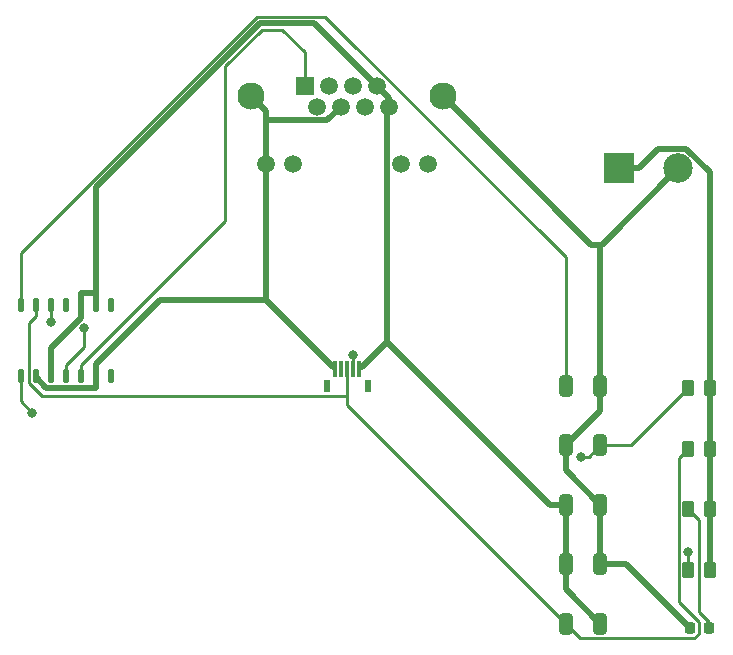
<source format=gbr>
%TF.GenerationSoftware,KiCad,Pcbnew,7.0.9*%
%TF.CreationDate,2024-06-23T11:57:03-04:00*%
%TF.ProjectId,WIRED-Seek-Board-revA1,57495245-442d-4536-9565-6b2d426f6172,Rev A1*%
%TF.SameCoordinates,Original*%
%TF.FileFunction,Copper,L1,Top*%
%TF.FilePolarity,Positive*%
%FSLAX46Y46*%
G04 Gerber Fmt 4.6, Leading zero omitted, Abs format (unit mm)*
G04 Created by KiCad (PCBNEW 7.0.9) date 2024-06-23 11:57:03*
%MOMM*%
%LPD*%
G01*
G04 APERTURE LIST*
G04 Aperture macros list*
%AMRoundRect*
0 Rectangle with rounded corners*
0 $1 Rounding radius*
0 $2 $3 $4 $5 $6 $7 $8 $9 X,Y pos of 4 corners*
0 Add a 4 corners polygon primitive as box body*
4,1,4,$2,$3,$4,$5,$6,$7,$8,$9,$2,$3,0*
0 Add four circle primitives for the rounded corners*
1,1,$1+$1,$2,$3*
1,1,$1+$1,$4,$5*
1,1,$1+$1,$6,$7*
1,1,$1+$1,$8,$9*
0 Add four rect primitives between the rounded corners*
20,1,$1+$1,$2,$3,$4,$5,0*
20,1,$1+$1,$4,$5,$6,$7,0*
20,1,$1+$1,$6,$7,$8,$9,0*
20,1,$1+$1,$8,$9,$2,$3,0*%
G04 Aperture macros list end*
%TA.AperFunction,SMDPad,CuDef*%
%ADD10RoundRect,0.250000X-0.262500X-0.450000X0.262500X-0.450000X0.262500X0.450000X-0.262500X0.450000X0*%
%TD*%
%TA.AperFunction,SMDPad,CuDef*%
%ADD11O,0.560000X1.250000*%
%TD*%
%TA.AperFunction,SMDPad,CuDef*%
%ADD12RoundRect,0.250000X-0.325000X-0.650000X0.325000X-0.650000X0.325000X0.650000X-0.325000X0.650000X0*%
%TD*%
%TA.AperFunction,ComponentPad*%
%ADD13R,2.500000X2.500000*%
%TD*%
%TA.AperFunction,ComponentPad*%
%ADD14C,2.500000*%
%TD*%
%TA.AperFunction,SMDPad,CuDef*%
%ADD15R,0.300000X1.400000*%
%TD*%
%TA.AperFunction,SMDPad,CuDef*%
%ADD16R,0.520000X1.000000*%
%TD*%
%TA.AperFunction,ComponentPad*%
%ADD17R,1.500000X1.500000*%
%TD*%
%TA.AperFunction,ComponentPad*%
%ADD18C,1.500000*%
%TD*%
%TA.AperFunction,ComponentPad*%
%ADD19C,2.300000*%
%TD*%
%TA.AperFunction,SMDPad,CuDef*%
%ADD20RoundRect,0.218750X-0.218750X-0.256250X0.218750X-0.256250X0.218750X0.256250X-0.218750X0.256250X0*%
%TD*%
%TA.AperFunction,ViaPad*%
%ADD21C,0.800000*%
%TD*%
%TA.AperFunction,Conductor*%
%ADD22C,0.250000*%
%TD*%
%TA.AperFunction,Conductor*%
%ADD23C,0.500000*%
%TD*%
%TA.AperFunction,Conductor*%
%ADD24C,0.299800*%
%TD*%
G04 APERTURE END LIST*
D10*
%TO.P,R1,1*%
%TO.N,/CH315_REF*%
X183286400Y-102818100D03*
%TO.P,R1,2*%
%TO.N,VCC*%
X185111400Y-102818100D03*
%TD*%
D11*
%TO.P,U1,1,REF*%
%TO.N,/CH315_REF*%
X126771400Y-101794200D03*
%TO.P,U1,2,GND*%
%TO.N,GND*%
X128041400Y-101794200D03*
%TO.P,U1,3,VCC*%
%TO.N,VCC*%
X129311400Y-101794200D03*
%TO.P,U1,4,XD-*%
%TO.N,/XD-*%
X130581400Y-101794200D03*
%TO.P,U1,5,XD+*%
%TO.N,/XD+*%
X131851400Y-101794200D03*
%TO.P,U1,6,GND*%
%TO.N,GND*%
X133121400Y-101794200D03*
%TO.P,U1,7,NC*%
%TO.N,unconnected-(U1-NC-Pad7)*%
X134391400Y-101794200D03*
%TO.P,U1,8,NC*%
%TO.N,unconnected-(U1-NC-Pad8)*%
X134391400Y-95834200D03*
%TO.P,U1,9,VCC*%
%TO.N,VCC*%
X133121400Y-95834200D03*
%TO.P,U1,10,~{UP}*%
X131851400Y-95834200D03*
%TO.P,U1,11,NC*%
%TO.N,unconnected-(U1-NC-Pad11)*%
X130581400Y-95834200D03*
%TO.P,U1,12,UD-*%
%TO.N,/UD-*%
X129311400Y-95834200D03*
%TO.P,U1,13,UD+*%
%TO.N,/UD+*%
X128041400Y-95834200D03*
%TO.P,U1,14,V3*%
%TO.N,Net-(U1-V3)*%
X126771400Y-95834200D03*
%TD*%
D10*
%TO.P,R4,1*%
%TO.N,/UD+*%
X183286400Y-107949400D03*
%TO.P,R4,2*%
%TO.N,VCC*%
X185111400Y-107949400D03*
%TD*%
D12*
%TO.P,C2,1*%
%TO.N,GND*%
X172894900Y-107684200D03*
%TO.P,C2,2*%
%TO.N,/CH315_REF*%
X175844900Y-107684200D03*
%TD*%
%TO.P,C3,1*%
%TO.N,VCC*%
X172894900Y-112717000D03*
%TO.P,C3,2*%
%TO.N,GND*%
X175844900Y-112717000D03*
%TD*%
D13*
%TO.P,J3,1,Pin_1*%
%TO.N,VCC*%
X177422800Y-84226400D03*
D14*
%TO.P,J3,2,Pin_2*%
%TO.N,GND*%
X182422800Y-84226400D03*
%TD*%
D12*
%TO.P,C5,1*%
%TO.N,/UD+*%
X172894900Y-122782500D03*
%TO.P,C5,2*%
%TO.N,VCC*%
X175844900Y-122782500D03*
%TD*%
%TO.P,C4,1*%
%TO.N,VCC*%
X172894900Y-117749700D03*
%TO.P,C4,2*%
%TO.N,GND*%
X175844900Y-117749700D03*
%TD*%
D15*
%TO.P,J4,1,1*%
%TO.N,GND*%
X153406600Y-101242200D03*
%TO.P,J4,2,2*%
%TO.N,/ID*%
X153906600Y-101242200D03*
%TO.P,J4,3,3*%
%TO.N,/UD+*%
X154406600Y-101242200D03*
%TO.P,J4,4,4*%
%TO.N,/UD-*%
X154906600Y-101242200D03*
%TO.P,J4,5,5*%
%TO.N,VCC*%
X155406600Y-101242200D03*
D16*
%TO.P,J4,S1*%
%TO.N,N/C*%
X152666600Y-102692200D03*
%TO.P,J4,S2*%
X156146600Y-102692200D03*
%TD*%
D10*
%TO.P,R3,1*%
%TO.N,Net-(J2-Pad10)*%
X183286400Y-118212100D03*
%TO.P,R3,2*%
%TO.N,VCC*%
X185111400Y-118212100D03*
%TD*%
%TO.P,R2,1*%
%TO.N,Net-(D1-A)*%
X183286400Y-113080800D03*
%TO.P,R2,2*%
%TO.N,VCC*%
X185111400Y-113080800D03*
%TD*%
D17*
%TO.P,J2,1*%
%TO.N,/XD+*%
X150821200Y-77216000D03*
D18*
%TO.P,J2,2*%
%TO.N,/XD-*%
X151837200Y-78996000D03*
%TO.P,J2,3*%
%TO.N,GND*%
X152853200Y-77216000D03*
%TO.P,J2,4*%
X153869200Y-78996000D03*
%TO.P,J2,5*%
X154885200Y-77216000D03*
%TO.P,J2,6*%
X155901200Y-78996000D03*
%TO.P,J2,7*%
%TO.N,VCC*%
X156917200Y-77216000D03*
%TO.P,J2,8*%
X157933200Y-78996000D03*
%TO.P,J2,9*%
%TO.N,GND*%
X147521200Y-83816000D03*
%TO.P,J2,10*%
%TO.N,Net-(J2-Pad10)*%
X149811200Y-83816000D03*
%TO.P,J2,11*%
%TO.N,unconnected-(J2-Pad11)*%
X158951200Y-83816000D03*
%TO.P,J2,12*%
%TO.N,unconnected-(J2-Pad12)*%
X161241200Y-83816000D03*
D19*
%TO.P,J2,SH*%
%TO.N,GND*%
X146251200Y-78106000D03*
X162511200Y-78106000D03*
%TD*%
D12*
%TO.P,C1,1*%
%TO.N,Net-(U1-V3)*%
X172894900Y-102651500D03*
%TO.P,C1,2*%
%TO.N,GND*%
X175844900Y-102651500D03*
%TD*%
D20*
%TO.P,D1,1,K*%
%TO.N,GND*%
X183431400Y-123163500D03*
%TO.P,D1,2,A*%
%TO.N,Net-(D1-A)*%
X185006400Y-123163500D03*
%TD*%
D21*
%TO.N,Net-(J2-Pad10)*%
X183286400Y-116703100D03*
%TO.N,/CH315_REF*%
X174224300Y-108651100D03*
X127752500Y-104925100D03*
%TO.N,/XD-*%
X132159900Y-97700000D03*
%TO.N,/UD-*%
X154906600Y-99990300D03*
X129311400Y-97263600D03*
%TD*%
D22*
%TO.N,Net-(D1-A)*%
X184200400Y-113994800D02*
X183286400Y-113080800D01*
X185006400Y-123163500D02*
X185006400Y-122595200D01*
X185006400Y-122595200D02*
X184200400Y-121789200D01*
X184200400Y-121789200D02*
X184200400Y-113994800D01*
D23*
%TO.N,GND*%
X175844900Y-104734200D02*
X175844900Y-102651500D01*
X138531900Y-95356800D02*
X133121400Y-100767300D01*
X147521200Y-80152900D02*
X147521200Y-83816000D01*
X133121400Y-102821100D02*
X128943900Y-102821100D01*
X153869200Y-78996000D02*
X152712300Y-80152900D01*
X175844900Y-112717000D02*
X172894900Y-109767000D01*
X146251200Y-78106000D02*
X147521200Y-79376000D01*
X147521200Y-83816000D02*
X147521200Y-95356800D01*
X175083100Y-90677900D02*
X162511200Y-78106000D01*
X183431400Y-123163500D02*
X178017600Y-117749700D01*
X152712300Y-80152900D02*
X147521200Y-80152900D01*
D24*
X153188100Y-101023700D02*
X153406600Y-101242200D01*
D23*
X128943900Y-102821100D02*
X128041400Y-101918600D01*
X175844900Y-90677900D02*
X175844900Y-102651500D01*
X172894900Y-107684200D02*
X175844900Y-104734200D01*
X175844900Y-90677900D02*
X175083100Y-90677900D01*
X133121400Y-101794200D02*
X133121400Y-100767300D01*
X178017600Y-117749700D02*
X175844900Y-117749700D01*
X133121400Y-101794200D02*
X133121400Y-102821100D01*
X147521200Y-95356800D02*
X138531900Y-95356800D01*
X175844900Y-117749700D02*
X175844900Y-112717000D01*
X147521200Y-79376000D02*
X147521200Y-80152900D01*
X128041400Y-101918600D02*
X128041400Y-101794200D01*
X172894900Y-109767000D02*
X172894900Y-107684200D01*
X182422800Y-84226400D02*
X175971300Y-90677900D01*
X175971300Y-90677900D02*
X175844900Y-90677900D01*
X147521200Y-95356800D02*
X153188100Y-101023700D01*
D22*
%TO.N,Net-(J2-Pad10)*%
X183286400Y-116703100D02*
X183286400Y-118212100D01*
D23*
%TO.N,VCC*%
X171552600Y-112717000D02*
X172894900Y-112717000D01*
X133121400Y-94807300D02*
X131851400Y-94807300D01*
X157742200Y-79187000D02*
X157742200Y-98906600D01*
X177422800Y-84226400D02*
X179074700Y-84226400D01*
X185111400Y-113080800D02*
X185111400Y-107949400D01*
X131851400Y-95834200D02*
X131851400Y-96861100D01*
X185111400Y-84543100D02*
X185111400Y-102818100D01*
X172894900Y-112717000D02*
X172894900Y-117749700D01*
X131851400Y-95622800D02*
X131851400Y-95834200D01*
X185111400Y-118212100D02*
X185111400Y-113080800D01*
X131851400Y-95622800D02*
X131851400Y-94807300D01*
X133121400Y-94807300D02*
X133121400Y-85773200D01*
X157933200Y-78996000D02*
X157742200Y-79187000D01*
X180749200Y-82551900D02*
X183120200Y-82551900D01*
X185111400Y-102818100D02*
X185111400Y-107949400D01*
D24*
X155625100Y-101023700D02*
X155406600Y-101242200D01*
D23*
X183120200Y-82551900D02*
X185111400Y-84543100D01*
X133121400Y-85773200D02*
X146984600Y-71910000D01*
X157742200Y-98906600D02*
X155625100Y-101023700D01*
X175844900Y-122782500D02*
X172894900Y-119832500D01*
X179074700Y-84226400D02*
X180749200Y-82551900D01*
X172894900Y-119832500D02*
X172894900Y-117749700D01*
X157933200Y-78996000D02*
X157933200Y-78232000D01*
X157933200Y-78232000D02*
X156917200Y-77216000D01*
X146984600Y-71910000D02*
X151611200Y-71910000D01*
X129311400Y-99401100D02*
X129311400Y-100767300D01*
X131851400Y-96861100D02*
X129311400Y-99401100D01*
X157742200Y-98906600D02*
X171552600Y-112717000D01*
X129311400Y-101794200D02*
X129311400Y-100767300D01*
X133121400Y-95834200D02*
X133121400Y-94807300D01*
X151611200Y-71910000D02*
X156917200Y-77216000D01*
D22*
%TO.N,Net-(U1-V3)*%
X126771400Y-95834200D02*
X126771400Y-91374400D01*
X146776600Y-71369200D02*
X152560100Y-71369200D01*
X172894900Y-91704000D02*
X172894900Y-102651500D01*
X152560100Y-71369200D02*
X172894900Y-91704000D01*
X126771400Y-91374400D02*
X146776600Y-71369200D01*
%TO.N,/CH315_REF*%
X174224300Y-108651100D02*
X174878000Y-108651100D01*
X174878000Y-108651100D02*
X175844900Y-107684200D01*
X126771400Y-103944000D02*
X127752500Y-104925100D01*
X126771400Y-101794200D02*
X126771400Y-103944000D01*
X178420300Y-107684200D02*
X175844900Y-107684200D01*
X183286400Y-102818100D02*
X178420300Y-107684200D01*
%TO.N,/UD+*%
X172894900Y-122782500D02*
X174093300Y-123980900D01*
X154406600Y-103509300D02*
X128591700Y-103509300D01*
X154406600Y-104294200D02*
X172894900Y-122782500D01*
X174093300Y-123980900D02*
X183808600Y-123980900D01*
X154406600Y-101242200D02*
X154406600Y-103509300D01*
X127468500Y-97309000D02*
X128041400Y-96736100D01*
X154406600Y-103509300D02*
X154406600Y-104294200D01*
X184161700Y-122629300D02*
X182460400Y-120928000D01*
X128591700Y-103509300D02*
X127468500Y-102386100D01*
X127468500Y-102386100D02*
X127468500Y-97309000D01*
X183808600Y-123980900D02*
X184161700Y-123627800D01*
X182460400Y-108775400D02*
X183286400Y-107949400D01*
X182460400Y-120928000D02*
X182460400Y-108775400D01*
X184161700Y-123627800D02*
X184161700Y-122629300D01*
X128041400Y-95834200D02*
X128041400Y-96736100D01*
%TO.N,/XD+*%
X144076500Y-75572300D02*
X147168600Y-72480200D01*
X147168600Y-72480200D02*
X148924900Y-72480200D01*
X131851400Y-100892300D02*
X144076500Y-88667200D01*
X148924900Y-72480200D02*
X150821200Y-74376500D01*
X131851400Y-101794200D02*
X131851400Y-100892300D01*
X144076500Y-88667200D02*
X144076500Y-75572300D01*
X150821200Y-74376500D02*
X150821200Y-77216000D01*
%TO.N,/XD-*%
X132159900Y-99313800D02*
X132159900Y-97700000D01*
X130581400Y-101794200D02*
X130581400Y-100892300D01*
X130581400Y-100892300D02*
X132159900Y-99313800D01*
%TO.N,/UD-*%
X154906600Y-101242200D02*
X154906600Y-100265300D01*
X154906600Y-100265300D02*
X154906600Y-99990300D01*
X129311400Y-97263600D02*
X129311400Y-95834200D01*
%TD*%
M02*

</source>
